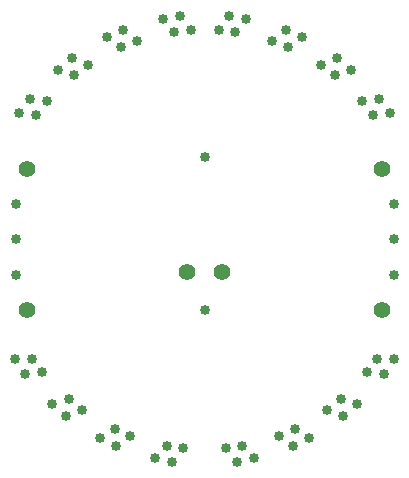
<source format=gbs>
G75*
%MOIN*%
%OFA0B0*%
%FSLAX25Y25*%
%IPPOS*%
%LPD*%
%AMOC8*
5,1,8,0,0,1.08239X$1,22.5*
%
%ADD10C,0.05518*%
%ADD11C,0.03353*%
D10*
X0046722Y0082549D03*
X0046722Y0129793D03*
X0099872Y0095344D03*
X0111683Y0095344D03*
X0164833Y0082549D03*
X0164833Y0129793D03*
D11*
X0054999Y0051266D03*
X0059506Y0047405D03*
X0060447Y0052948D03*
X0064845Y0049494D03*
X0070940Y0039995D03*
X0075766Y0043029D03*
X0076293Y0037431D03*
X0080909Y0040831D03*
X0089255Y0033233D03*
X0093131Y0037413D03*
X0098668Y0036621D03*
X0095089Y0032142D03*
X0112887Y0036621D03*
X0116466Y0032142D03*
X0122301Y0033233D03*
X0118424Y0037413D03*
X0130646Y0040831D03*
X0135789Y0043029D03*
X0135262Y0037431D03*
X0140615Y0039995D03*
X0146710Y0049494D03*
X0151109Y0052948D03*
X0152049Y0047405D03*
X0156556Y0051266D03*
X0159984Y0062019D03*
X0163339Y0066494D03*
X0169036Y0066280D03*
X0165682Y0061383D03*
X0168770Y0094360D03*
X0168770Y0106171D03*
X0168770Y0117982D03*
X0167606Y0148246D03*
X0164082Y0153023D03*
X0161919Y0147833D03*
X0158410Y0152188D03*
X0154609Y0162815D03*
X0149970Y0166517D03*
X0149223Y0160944D03*
X0144707Y0164243D03*
X0138285Y0173523D03*
X0133567Y0170322D03*
X0128350Y0172339D03*
X0132845Y0175898D03*
X0119745Y0179642D03*
X0116017Y0175329D03*
X0110456Y0175927D03*
X0113876Y0180528D03*
X0101100Y0175927D03*
X0095539Y0175329D03*
X0091810Y0179642D03*
X0097679Y0180528D03*
X0083205Y0172339D03*
X0078710Y0175898D03*
X0077988Y0170322D03*
X0073271Y0173523D03*
X0066848Y0164243D03*
X0062332Y0160944D03*
X0056946Y0162815D03*
X0061585Y0166517D03*
X0053145Y0152188D03*
X0049636Y0147833D03*
X0047473Y0153023D03*
X0043950Y0148246D03*
X0042785Y0117982D03*
X0042785Y0106171D03*
X0042785Y0094360D03*
X0048216Y0066494D03*
X0042519Y0066280D03*
X0045873Y0061383D03*
X0051571Y0062019D03*
X0105778Y0082549D03*
X0105778Y0133730D03*
M02*

</source>
